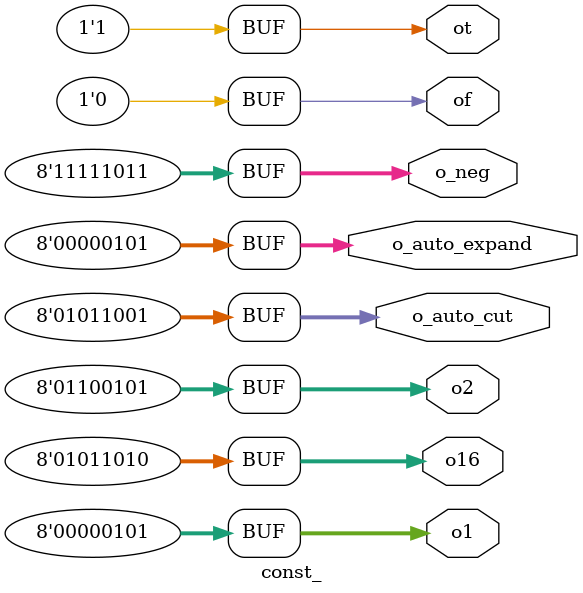
<source format=v>
module const_ (
    output reg ot,
    output reg of,
    output reg [7:0] o1,
    output reg [7:0] o2,
    output reg [7:0] o16,
    output reg [7:0] o_auto_expand,
    output reg [7:0] o_auto_cut,
    output reg [7:0] o_neg
);
    always @(*) begin
        ot            = 1;
        of            = 0;
        o1            = 3'b101;
        o2            = 8'd101;
        o16           = 8'h5A;
        o_auto_expand = 5;
        o_auto_cut    = 345;    // 345 % 256 = 89
        o_neg         = -5;     // 
    end
endmodule

</source>
